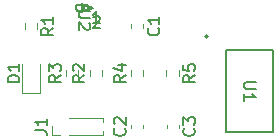
<source format=gbr>
%TF.GenerationSoftware,KiCad,Pcbnew,9.0.7*%
%TF.CreationDate,2026-01-29T16:33:12-08:00*%
%TF.ProjectId,Lab3,4c616233-2e6b-4696-9361-645f70636258,rev?*%
%TF.SameCoordinates,Original*%
%TF.FileFunction,Legend,Top*%
%TF.FilePolarity,Positive*%
%FSLAX46Y46*%
G04 Gerber Fmt 4.6, Leading zero omitted, Abs format (unit mm)*
G04 Created by KiCad (PCBNEW 9.0.7) date 2026-01-29 16:33:12*
%MOMM*%
%LPD*%
G01*
G04 APERTURE LIST*
%ADD10C,0.150000*%
%ADD11C,0.120000*%
%ADD12C,0.152400*%
G04 APERTURE END LIST*
D10*
X128884819Y-82166666D02*
X128408628Y-82499999D01*
X128884819Y-82738094D02*
X127884819Y-82738094D01*
X127884819Y-82738094D02*
X127884819Y-82357142D01*
X127884819Y-82357142D02*
X127932438Y-82261904D01*
X127932438Y-82261904D02*
X127980057Y-82214285D01*
X127980057Y-82214285D02*
X128075295Y-82166666D01*
X128075295Y-82166666D02*
X128218152Y-82166666D01*
X128218152Y-82166666D02*
X128313390Y-82214285D01*
X128313390Y-82214285D02*
X128361009Y-82261904D01*
X128361009Y-82261904D02*
X128408628Y-82357142D01*
X128408628Y-82357142D02*
X128408628Y-82738094D01*
X127884819Y-81261904D02*
X127884819Y-81738094D01*
X127884819Y-81738094D02*
X128361009Y-81785713D01*
X128361009Y-81785713D02*
X128313390Y-81738094D01*
X128313390Y-81738094D02*
X128265771Y-81642856D01*
X128265771Y-81642856D02*
X128265771Y-81404761D01*
X128265771Y-81404761D02*
X128313390Y-81309523D01*
X128313390Y-81309523D02*
X128361009Y-81261904D01*
X128361009Y-81261904D02*
X128456247Y-81214285D01*
X128456247Y-81214285D02*
X128694342Y-81214285D01*
X128694342Y-81214285D02*
X128789580Y-81261904D01*
X128789580Y-81261904D02*
X128837200Y-81309523D01*
X128837200Y-81309523D02*
X128884819Y-81404761D01*
X128884819Y-81404761D02*
X128884819Y-81642856D01*
X128884819Y-81642856D02*
X128837200Y-81738094D01*
X128837200Y-81738094D02*
X128789580Y-81785713D01*
X128789580Y-86666666D02*
X128837200Y-86714285D01*
X128837200Y-86714285D02*
X128884819Y-86857142D01*
X128884819Y-86857142D02*
X128884819Y-86952380D01*
X128884819Y-86952380D02*
X128837200Y-87095237D01*
X128837200Y-87095237D02*
X128741961Y-87190475D01*
X128741961Y-87190475D02*
X128646723Y-87238094D01*
X128646723Y-87238094D02*
X128456247Y-87285713D01*
X128456247Y-87285713D02*
X128313390Y-87285713D01*
X128313390Y-87285713D02*
X128122914Y-87238094D01*
X128122914Y-87238094D02*
X128027676Y-87190475D01*
X128027676Y-87190475D02*
X127932438Y-87095237D01*
X127932438Y-87095237D02*
X127884819Y-86952380D01*
X127884819Y-86952380D02*
X127884819Y-86857142D01*
X127884819Y-86857142D02*
X127932438Y-86714285D01*
X127932438Y-86714285D02*
X127980057Y-86666666D01*
X127884819Y-86333332D02*
X127884819Y-85714285D01*
X127884819Y-85714285D02*
X128265771Y-86047618D01*
X128265771Y-86047618D02*
X128265771Y-85904761D01*
X128265771Y-85904761D02*
X128313390Y-85809523D01*
X128313390Y-85809523D02*
X128361009Y-85761904D01*
X128361009Y-85761904D02*
X128456247Y-85714285D01*
X128456247Y-85714285D02*
X128694342Y-85714285D01*
X128694342Y-85714285D02*
X128789580Y-85761904D01*
X128789580Y-85761904D02*
X128837200Y-85809523D01*
X128837200Y-85809523D02*
X128884819Y-85904761D01*
X128884819Y-85904761D02*
X128884819Y-86190475D01*
X128884819Y-86190475D02*
X128837200Y-86285713D01*
X128837200Y-86285713D02*
X128789580Y-86333332D01*
X115344819Y-86833333D02*
X116059104Y-86833333D01*
X116059104Y-86833333D02*
X116201961Y-86880952D01*
X116201961Y-86880952D02*
X116297200Y-86976190D01*
X116297200Y-86976190D02*
X116344819Y-87119047D01*
X116344819Y-87119047D02*
X116344819Y-87214285D01*
X116344819Y-85833333D02*
X116344819Y-86404761D01*
X116344819Y-86119047D02*
X115344819Y-86119047D01*
X115344819Y-86119047D02*
X115487676Y-86214285D01*
X115487676Y-86214285D02*
X115582914Y-86309523D01*
X115582914Y-86309523D02*
X115630533Y-86404761D01*
X122929580Y-86666666D02*
X122977200Y-86714285D01*
X122977200Y-86714285D02*
X123024819Y-86857142D01*
X123024819Y-86857142D02*
X123024819Y-86952380D01*
X123024819Y-86952380D02*
X122977200Y-87095237D01*
X122977200Y-87095237D02*
X122881961Y-87190475D01*
X122881961Y-87190475D02*
X122786723Y-87238094D01*
X122786723Y-87238094D02*
X122596247Y-87285713D01*
X122596247Y-87285713D02*
X122453390Y-87285713D01*
X122453390Y-87285713D02*
X122262914Y-87238094D01*
X122262914Y-87238094D02*
X122167676Y-87190475D01*
X122167676Y-87190475D02*
X122072438Y-87095237D01*
X122072438Y-87095237D02*
X122024819Y-86952380D01*
X122024819Y-86952380D02*
X122024819Y-86857142D01*
X122024819Y-86857142D02*
X122072438Y-86714285D01*
X122072438Y-86714285D02*
X122120057Y-86666666D01*
X122120057Y-86285713D02*
X122072438Y-86238094D01*
X122072438Y-86238094D02*
X122024819Y-86142856D01*
X122024819Y-86142856D02*
X122024819Y-85904761D01*
X122024819Y-85904761D02*
X122072438Y-85809523D01*
X122072438Y-85809523D02*
X122120057Y-85761904D01*
X122120057Y-85761904D02*
X122215295Y-85714285D01*
X122215295Y-85714285D02*
X122310533Y-85714285D01*
X122310533Y-85714285D02*
X122453390Y-85761904D01*
X122453390Y-85761904D02*
X123024819Y-86333332D01*
X123024819Y-86333332D02*
X123024819Y-85714285D01*
X123024819Y-82166666D02*
X122548628Y-82499999D01*
X123024819Y-82738094D02*
X122024819Y-82738094D01*
X122024819Y-82738094D02*
X122024819Y-82357142D01*
X122024819Y-82357142D02*
X122072438Y-82261904D01*
X122072438Y-82261904D02*
X122120057Y-82214285D01*
X122120057Y-82214285D02*
X122215295Y-82166666D01*
X122215295Y-82166666D02*
X122358152Y-82166666D01*
X122358152Y-82166666D02*
X122453390Y-82214285D01*
X122453390Y-82214285D02*
X122501009Y-82261904D01*
X122501009Y-82261904D02*
X122548628Y-82357142D01*
X122548628Y-82357142D02*
X122548628Y-82738094D01*
X122358152Y-81309523D02*
X123024819Y-81309523D01*
X121977200Y-81547618D02*
X122691485Y-81785713D01*
X122691485Y-81785713D02*
X122691485Y-81166666D01*
X117524819Y-82166666D02*
X117048628Y-82499999D01*
X117524819Y-82738094D02*
X116524819Y-82738094D01*
X116524819Y-82738094D02*
X116524819Y-82357142D01*
X116524819Y-82357142D02*
X116572438Y-82261904D01*
X116572438Y-82261904D02*
X116620057Y-82214285D01*
X116620057Y-82214285D02*
X116715295Y-82166666D01*
X116715295Y-82166666D02*
X116858152Y-82166666D01*
X116858152Y-82166666D02*
X116953390Y-82214285D01*
X116953390Y-82214285D02*
X117001009Y-82261904D01*
X117001009Y-82261904D02*
X117048628Y-82357142D01*
X117048628Y-82357142D02*
X117048628Y-82738094D01*
X116524819Y-81833332D02*
X116524819Y-81214285D01*
X116524819Y-81214285D02*
X116905771Y-81547618D01*
X116905771Y-81547618D02*
X116905771Y-81404761D01*
X116905771Y-81404761D02*
X116953390Y-81309523D01*
X116953390Y-81309523D02*
X117001009Y-81261904D01*
X117001009Y-81261904D02*
X117096247Y-81214285D01*
X117096247Y-81214285D02*
X117334342Y-81214285D01*
X117334342Y-81214285D02*
X117429580Y-81261904D01*
X117429580Y-81261904D02*
X117477200Y-81309523D01*
X117477200Y-81309523D02*
X117524819Y-81404761D01*
X117524819Y-81404761D02*
X117524819Y-81690475D01*
X117524819Y-81690475D02*
X117477200Y-81785713D01*
X117477200Y-81785713D02*
X117429580Y-81833332D01*
X119524819Y-82166666D02*
X119048628Y-82499999D01*
X119524819Y-82738094D02*
X118524819Y-82738094D01*
X118524819Y-82738094D02*
X118524819Y-82357142D01*
X118524819Y-82357142D02*
X118572438Y-82261904D01*
X118572438Y-82261904D02*
X118620057Y-82214285D01*
X118620057Y-82214285D02*
X118715295Y-82166666D01*
X118715295Y-82166666D02*
X118858152Y-82166666D01*
X118858152Y-82166666D02*
X118953390Y-82214285D01*
X118953390Y-82214285D02*
X119001009Y-82261904D01*
X119001009Y-82261904D02*
X119048628Y-82357142D01*
X119048628Y-82357142D02*
X119048628Y-82738094D01*
X118620057Y-81785713D02*
X118572438Y-81738094D01*
X118572438Y-81738094D02*
X118524819Y-81642856D01*
X118524819Y-81642856D02*
X118524819Y-81404761D01*
X118524819Y-81404761D02*
X118572438Y-81309523D01*
X118572438Y-81309523D02*
X118620057Y-81261904D01*
X118620057Y-81261904D02*
X118715295Y-81214285D01*
X118715295Y-81214285D02*
X118810533Y-81214285D01*
X118810533Y-81214285D02*
X118953390Y-81261904D01*
X118953390Y-81261904D02*
X119524819Y-81833332D01*
X119524819Y-81833332D02*
X119524819Y-81214285D01*
X116884819Y-78166666D02*
X116408628Y-78499999D01*
X116884819Y-78738094D02*
X115884819Y-78738094D01*
X115884819Y-78738094D02*
X115884819Y-78357142D01*
X115884819Y-78357142D02*
X115932438Y-78261904D01*
X115932438Y-78261904D02*
X115980057Y-78214285D01*
X115980057Y-78214285D02*
X116075295Y-78166666D01*
X116075295Y-78166666D02*
X116218152Y-78166666D01*
X116218152Y-78166666D02*
X116313390Y-78214285D01*
X116313390Y-78214285D02*
X116361009Y-78261904D01*
X116361009Y-78261904D02*
X116408628Y-78357142D01*
X116408628Y-78357142D02*
X116408628Y-78738094D01*
X116884819Y-77214285D02*
X116884819Y-77785713D01*
X116884819Y-77499999D02*
X115884819Y-77499999D01*
X115884819Y-77499999D02*
X116027676Y-77595237D01*
X116027676Y-77595237D02*
X116122914Y-77690475D01*
X116122914Y-77690475D02*
X116170533Y-77785713D01*
X125789580Y-78166666D02*
X125837200Y-78214285D01*
X125837200Y-78214285D02*
X125884819Y-78357142D01*
X125884819Y-78357142D02*
X125884819Y-78452380D01*
X125884819Y-78452380D02*
X125837200Y-78595237D01*
X125837200Y-78595237D02*
X125741961Y-78690475D01*
X125741961Y-78690475D02*
X125646723Y-78738094D01*
X125646723Y-78738094D02*
X125456247Y-78785713D01*
X125456247Y-78785713D02*
X125313390Y-78785713D01*
X125313390Y-78785713D02*
X125122914Y-78738094D01*
X125122914Y-78738094D02*
X125027676Y-78690475D01*
X125027676Y-78690475D02*
X124932438Y-78595237D01*
X124932438Y-78595237D02*
X124884819Y-78452380D01*
X124884819Y-78452380D02*
X124884819Y-78357142D01*
X124884819Y-78357142D02*
X124932438Y-78214285D01*
X124932438Y-78214285D02*
X124980057Y-78166666D01*
X125884819Y-77214285D02*
X125884819Y-77785713D01*
X125884819Y-77499999D02*
X124884819Y-77499999D01*
X124884819Y-77499999D02*
X125027676Y-77595237D01*
X125027676Y-77595237D02*
X125122914Y-77690475D01*
X125122914Y-77690475D02*
X125170533Y-77785713D01*
X120045180Y-76738095D02*
X119235657Y-76738095D01*
X119235657Y-76738095D02*
X119140419Y-76785714D01*
X119140419Y-76785714D02*
X119092800Y-76833333D01*
X119092800Y-76833333D02*
X119045180Y-76928571D01*
X119045180Y-76928571D02*
X119045180Y-77119047D01*
X119045180Y-77119047D02*
X119092800Y-77214285D01*
X119092800Y-77214285D02*
X119140419Y-77261904D01*
X119140419Y-77261904D02*
X119235657Y-77309523D01*
X119235657Y-77309523D02*
X120045180Y-77309523D01*
X119949942Y-77738095D02*
X119997561Y-77785714D01*
X119997561Y-77785714D02*
X120045180Y-77880952D01*
X120045180Y-77880952D02*
X120045180Y-78119047D01*
X120045180Y-78119047D02*
X119997561Y-78214285D01*
X119997561Y-78214285D02*
X119949942Y-78261904D01*
X119949942Y-78261904D02*
X119854704Y-78309523D01*
X119854704Y-78309523D02*
X119759466Y-78309523D01*
X119759466Y-78309523D02*
X119616609Y-78261904D01*
X119616609Y-78261904D02*
X119045180Y-77690476D01*
X119045180Y-77690476D02*
X119045180Y-78309523D01*
X120268386Y-77250057D02*
X120316005Y-77202438D01*
X120316005Y-77202438D02*
X120411243Y-77154819D01*
X120411243Y-77154819D02*
X120649338Y-77154819D01*
X120649338Y-77154819D02*
X120744576Y-77202438D01*
X120744576Y-77202438D02*
X120792195Y-77250057D01*
X120792195Y-77250057D02*
X120839814Y-77345295D01*
X120839814Y-77345295D02*
X120839814Y-77440533D01*
X120839814Y-77440533D02*
X120792195Y-77583390D01*
X120792195Y-77583390D02*
X120220767Y-78154819D01*
X120220767Y-78154819D02*
X120839814Y-78154819D01*
X120839814Y-77754819D02*
X120268386Y-77754819D01*
X120554100Y-77754819D02*
X120554100Y-76754819D01*
X120554100Y-76754819D02*
X120458862Y-76897676D01*
X120458862Y-76897676D02*
X120363624Y-76992914D01*
X120363624Y-76992914D02*
X120268386Y-77040533D01*
X119368990Y-76517328D02*
X119321371Y-76660185D01*
X119321371Y-76660185D02*
X119273752Y-76707804D01*
X119273752Y-76707804D02*
X119178514Y-76755423D01*
X119178514Y-76755423D02*
X119035657Y-76755423D01*
X119035657Y-76755423D02*
X118940419Y-76707804D01*
X118940419Y-76707804D02*
X118892800Y-76660185D01*
X118892800Y-76660185D02*
X118845180Y-76564947D01*
X118845180Y-76564947D02*
X118845180Y-76183995D01*
X118845180Y-76183995D02*
X119845180Y-76183995D01*
X119845180Y-76183995D02*
X119845180Y-76517328D01*
X119845180Y-76517328D02*
X119797561Y-76612566D01*
X119797561Y-76612566D02*
X119749942Y-76660185D01*
X119749942Y-76660185D02*
X119654704Y-76707804D01*
X119654704Y-76707804D02*
X119559466Y-76707804D01*
X119559466Y-76707804D02*
X119464228Y-76660185D01*
X119464228Y-76660185D02*
X119416609Y-76612566D01*
X119416609Y-76612566D02*
X119368990Y-76517328D01*
X119368990Y-76517328D02*
X119368990Y-76183995D01*
X119530895Y-76207805D02*
X119530895Y-76683995D01*
X119245180Y-76112567D02*
X120245180Y-76445900D01*
X120245180Y-76445900D02*
X119245180Y-76779233D01*
X114024819Y-82738094D02*
X113024819Y-82738094D01*
X113024819Y-82738094D02*
X113024819Y-82499999D01*
X113024819Y-82499999D02*
X113072438Y-82357142D01*
X113072438Y-82357142D02*
X113167676Y-82261904D01*
X113167676Y-82261904D02*
X113262914Y-82214285D01*
X113262914Y-82214285D02*
X113453390Y-82166666D01*
X113453390Y-82166666D02*
X113596247Y-82166666D01*
X113596247Y-82166666D02*
X113786723Y-82214285D01*
X113786723Y-82214285D02*
X113881961Y-82261904D01*
X113881961Y-82261904D02*
X113977200Y-82357142D01*
X113977200Y-82357142D02*
X114024819Y-82499999D01*
X114024819Y-82499999D02*
X114024819Y-82738094D01*
X114024819Y-81214285D02*
X114024819Y-81785713D01*
X114024819Y-81499999D02*
X113024819Y-81499999D01*
X113024819Y-81499999D02*
X113167676Y-81595237D01*
X113167676Y-81595237D02*
X113262914Y-81690475D01*
X113262914Y-81690475D02*
X113310533Y-81785713D01*
X134045180Y-82738095D02*
X133235657Y-82738095D01*
X133235657Y-82738095D02*
X133140419Y-82785714D01*
X133140419Y-82785714D02*
X133092800Y-82833333D01*
X133092800Y-82833333D02*
X133045180Y-82928571D01*
X133045180Y-82928571D02*
X133045180Y-83119047D01*
X133045180Y-83119047D02*
X133092800Y-83214285D01*
X133092800Y-83214285D02*
X133140419Y-83261904D01*
X133140419Y-83261904D02*
X133235657Y-83309523D01*
X133235657Y-83309523D02*
X134045180Y-83309523D01*
X133045180Y-84309523D02*
X133045180Y-83738095D01*
X133045180Y-84023809D02*
X134045180Y-84023809D01*
X134045180Y-84023809D02*
X133902323Y-83928571D01*
X133902323Y-83928571D02*
X133807085Y-83833333D01*
X133807085Y-83833333D02*
X133759466Y-83738095D01*
D11*
%TO.C,R5*%
X127522500Y-81745276D02*
X127522500Y-82254724D01*
X126477500Y-81745276D02*
X126477500Y-82254724D01*
%TO.C,C3*%
X126490000Y-86353733D02*
X126490000Y-86646267D01*
X127510000Y-86353733D02*
X127510000Y-86646267D01*
%TO.C,J1*%
X118235000Y-85755000D02*
X121110000Y-85755000D01*
X118235000Y-85814435D02*
X118235000Y-85755000D01*
X121110000Y-86089970D02*
X121110000Y-85755000D01*
X121110000Y-87245000D02*
X121110000Y-86910030D01*
X118235000Y-87245000D02*
X118235000Y-87185565D01*
X118235000Y-87245000D02*
X121110000Y-87245000D01*
X117500000Y-87245000D02*
X116765000Y-87245000D01*
X116765000Y-87245000D02*
X116765000Y-86500000D01*
%TO.C,C2*%
X124510000Y-86646267D02*
X124510000Y-86353733D01*
X123490000Y-86646267D02*
X123490000Y-86353733D01*
%TO.C,R4*%
X123477500Y-82254724D02*
X123477500Y-81745276D01*
X124522500Y-82254724D02*
X124522500Y-81745276D01*
%TO.C,R3*%
X117977500Y-82254724D02*
X117977500Y-81745276D01*
X119022500Y-82254724D02*
X119022500Y-81745276D01*
%TO.C,R2*%
X119977500Y-82254724D02*
X119977500Y-81745276D01*
X121022500Y-82254724D02*
X121022500Y-81745276D01*
%TO.C,R1*%
X115522500Y-77745276D02*
X115522500Y-78254724D01*
X114477500Y-77745276D02*
X114477500Y-78254724D01*
%TO.C,C1*%
X124510000Y-77853733D02*
X124510000Y-78146267D01*
X123490000Y-77853733D02*
X123490000Y-78146267D01*
%TO.C,D1*%
X114265000Y-81200000D02*
X114265000Y-83660000D01*
X115735000Y-83660000D02*
X115735000Y-81200000D01*
X114265000Y-83660000D02*
X115735000Y-83660000D01*
D12*
%TO.C,U1*%
X129982100Y-78889900D02*
G75*
G02*
X129728100Y-78889900I-127000J0D01*
G01*
X129728100Y-78889900D02*
G75*
G02*
X129982100Y-78889900I127000J0D01*
G01*
X131531500Y-80032900D02*
X131531500Y-86967100D01*
X131531500Y-86967100D02*
X135468500Y-86967100D01*
X135468500Y-86967100D02*
X135468500Y-80032900D01*
X135468500Y-80032900D02*
X131531500Y-80032900D01*
%TD*%
M02*

</source>
